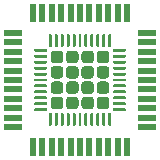
<source format=gbr>
G04 #@! TF.GenerationSoftware,KiCad,Pcbnew,(5.1.10)-1*
G04 #@! TF.CreationDate,2021-12-08T21:24:47+07:00*
G04 #@! TF.ProjectId,32u4mu to 32u4au,33327534-6d75-4207-946f-203332753461,rev?*
G04 #@! TF.SameCoordinates,Original*
G04 #@! TF.FileFunction,Paste,Top*
G04 #@! TF.FilePolarity,Positive*
%FSLAX46Y46*%
G04 Gerber Fmt 4.6, Leading zero omitted, Abs format (unit mm)*
G04 Created by KiCad (PCBNEW (5.1.10)-1) date 2021-12-08 21:24:47*
%MOMM*%
%LPD*%
G01*
G04 APERTURE LIST*
%ADD10R,0.550000X1.500000*%
%ADD11R,1.500000X0.550000*%
G04 APERTURE END LIST*
G36*
G01*
X95881250Y-60168751D02*
X95881250Y-59618749D01*
G75*
G02*
X96131249Y-59368750I249999J0D01*
G01*
X96681251Y-59368750D01*
G75*
G02*
X96931250Y-59618749I0J-249999D01*
G01*
X96931250Y-60168751D01*
G75*
G02*
X96681251Y-60418750I-249999J0D01*
G01*
X96131249Y-60418750D01*
G75*
G02*
X95881250Y-60168751I0J249999D01*
G01*
G37*
G36*
G01*
X95881250Y-58868751D02*
X95881250Y-58318749D01*
G75*
G02*
X96131249Y-58068750I249999J0D01*
G01*
X96681251Y-58068750D01*
G75*
G02*
X96931250Y-58318749I0J-249999D01*
G01*
X96931250Y-58868751D01*
G75*
G02*
X96681251Y-59118750I-249999J0D01*
G01*
X96131249Y-59118750D01*
G75*
G02*
X95881250Y-58868751I0J249999D01*
G01*
G37*
G36*
G01*
X95881250Y-57568751D02*
X95881250Y-57018749D01*
G75*
G02*
X96131249Y-56768750I249999J0D01*
G01*
X96681251Y-56768750D01*
G75*
G02*
X96931250Y-57018749I0J-249999D01*
G01*
X96931250Y-57568751D01*
G75*
G02*
X96681251Y-57818750I-249999J0D01*
G01*
X96131249Y-57818750D01*
G75*
G02*
X95881250Y-57568751I0J249999D01*
G01*
G37*
G36*
G01*
X95881250Y-56268751D02*
X95881250Y-55718749D01*
G75*
G02*
X96131249Y-55468750I249999J0D01*
G01*
X96681251Y-55468750D01*
G75*
G02*
X96931250Y-55718749I0J-249999D01*
G01*
X96931250Y-56268751D01*
G75*
G02*
X96681251Y-56518750I-249999J0D01*
G01*
X96131249Y-56518750D01*
G75*
G02*
X95881250Y-56268751I0J249999D01*
G01*
G37*
G36*
G01*
X94581250Y-60168751D02*
X94581250Y-59618749D01*
G75*
G02*
X94831249Y-59368750I249999J0D01*
G01*
X95381251Y-59368750D01*
G75*
G02*
X95631250Y-59618749I0J-249999D01*
G01*
X95631250Y-60168751D01*
G75*
G02*
X95381251Y-60418750I-249999J0D01*
G01*
X94831249Y-60418750D01*
G75*
G02*
X94581250Y-60168751I0J249999D01*
G01*
G37*
G36*
G01*
X94581250Y-58868751D02*
X94581250Y-58318749D01*
G75*
G02*
X94831249Y-58068750I249999J0D01*
G01*
X95381251Y-58068750D01*
G75*
G02*
X95631250Y-58318749I0J-249999D01*
G01*
X95631250Y-58868751D01*
G75*
G02*
X95381251Y-59118750I-249999J0D01*
G01*
X94831249Y-59118750D01*
G75*
G02*
X94581250Y-58868751I0J249999D01*
G01*
G37*
G36*
G01*
X94581250Y-57568751D02*
X94581250Y-57018749D01*
G75*
G02*
X94831249Y-56768750I249999J0D01*
G01*
X95381251Y-56768750D01*
G75*
G02*
X95631250Y-57018749I0J-249999D01*
G01*
X95631250Y-57568751D01*
G75*
G02*
X95381251Y-57818750I-249999J0D01*
G01*
X94831249Y-57818750D01*
G75*
G02*
X94581250Y-57568751I0J249999D01*
G01*
G37*
G36*
G01*
X94581250Y-56268751D02*
X94581250Y-55718749D01*
G75*
G02*
X94831249Y-55468750I249999J0D01*
G01*
X95381251Y-55468750D01*
G75*
G02*
X95631250Y-55718749I0J-249999D01*
G01*
X95631250Y-56268751D01*
G75*
G02*
X95381251Y-56518750I-249999J0D01*
G01*
X94831249Y-56518750D01*
G75*
G02*
X94581250Y-56268751I0J249999D01*
G01*
G37*
G36*
G01*
X93281250Y-60168751D02*
X93281250Y-59618749D01*
G75*
G02*
X93531249Y-59368750I249999J0D01*
G01*
X94081251Y-59368750D01*
G75*
G02*
X94331250Y-59618749I0J-249999D01*
G01*
X94331250Y-60168751D01*
G75*
G02*
X94081251Y-60418750I-249999J0D01*
G01*
X93531249Y-60418750D01*
G75*
G02*
X93281250Y-60168751I0J249999D01*
G01*
G37*
G36*
G01*
X93281250Y-58868751D02*
X93281250Y-58318749D01*
G75*
G02*
X93531249Y-58068750I249999J0D01*
G01*
X94081251Y-58068750D01*
G75*
G02*
X94331250Y-58318749I0J-249999D01*
G01*
X94331250Y-58868751D01*
G75*
G02*
X94081251Y-59118750I-249999J0D01*
G01*
X93531249Y-59118750D01*
G75*
G02*
X93281250Y-58868751I0J249999D01*
G01*
G37*
G36*
G01*
X93281250Y-57568751D02*
X93281250Y-57018749D01*
G75*
G02*
X93531249Y-56768750I249999J0D01*
G01*
X94081251Y-56768750D01*
G75*
G02*
X94331250Y-57018749I0J-249999D01*
G01*
X94331250Y-57568751D01*
G75*
G02*
X94081251Y-57818750I-249999J0D01*
G01*
X93531249Y-57818750D01*
G75*
G02*
X93281250Y-57568751I0J249999D01*
G01*
G37*
G36*
G01*
X93281250Y-56268751D02*
X93281250Y-55718749D01*
G75*
G02*
X93531249Y-55468750I249999J0D01*
G01*
X94081251Y-55468750D01*
G75*
G02*
X94331250Y-55718749I0J-249999D01*
G01*
X94331250Y-56268751D01*
G75*
G02*
X94081251Y-56518750I-249999J0D01*
G01*
X93531249Y-56518750D01*
G75*
G02*
X93281250Y-56268751I0J249999D01*
G01*
G37*
G36*
G01*
X91981250Y-60168751D02*
X91981250Y-59618749D01*
G75*
G02*
X92231249Y-59368750I249999J0D01*
G01*
X92781251Y-59368750D01*
G75*
G02*
X93031250Y-59618749I0J-249999D01*
G01*
X93031250Y-60168751D01*
G75*
G02*
X92781251Y-60418750I-249999J0D01*
G01*
X92231249Y-60418750D01*
G75*
G02*
X91981250Y-60168751I0J249999D01*
G01*
G37*
G36*
G01*
X91981250Y-58868751D02*
X91981250Y-58318749D01*
G75*
G02*
X92231249Y-58068750I249999J0D01*
G01*
X92781251Y-58068750D01*
G75*
G02*
X93031250Y-58318749I0J-249999D01*
G01*
X93031250Y-58868751D01*
G75*
G02*
X92781251Y-59118750I-249999J0D01*
G01*
X92231249Y-59118750D01*
G75*
G02*
X91981250Y-58868751I0J249999D01*
G01*
G37*
G36*
G01*
X91981250Y-57568751D02*
X91981250Y-57018749D01*
G75*
G02*
X92231249Y-56768750I249999J0D01*
G01*
X92781251Y-56768750D01*
G75*
G02*
X93031250Y-57018749I0J-249999D01*
G01*
X93031250Y-57568751D01*
G75*
G02*
X92781251Y-57818750I-249999J0D01*
G01*
X92231249Y-57818750D01*
G75*
G02*
X91981250Y-57568751I0J249999D01*
G01*
G37*
G36*
G01*
X91981250Y-56268751D02*
X91981250Y-55718749D01*
G75*
G02*
X92231249Y-55468750I249999J0D01*
G01*
X92781251Y-55468750D01*
G75*
G02*
X93031250Y-55718749I0J-249999D01*
G01*
X93031250Y-56268751D01*
G75*
G02*
X92781251Y-56518750I-249999J0D01*
G01*
X92231249Y-56518750D01*
G75*
G02*
X91981250Y-56268751I0J249999D01*
G01*
G37*
G36*
G01*
X91831250Y-55081250D02*
X91831250Y-54131250D01*
G75*
G02*
X91893750Y-54068750I62500J0D01*
G01*
X92018750Y-54068750D01*
G75*
G02*
X92081250Y-54131250I0J-62500D01*
G01*
X92081250Y-55081250D01*
G75*
G02*
X92018750Y-55143750I-62500J0D01*
G01*
X91893750Y-55143750D01*
G75*
G02*
X91831250Y-55081250I0J62500D01*
G01*
G37*
G36*
G01*
X92331250Y-55081250D02*
X92331250Y-54131250D01*
G75*
G02*
X92393750Y-54068750I62500J0D01*
G01*
X92518750Y-54068750D01*
G75*
G02*
X92581250Y-54131250I0J-62500D01*
G01*
X92581250Y-55081250D01*
G75*
G02*
X92518750Y-55143750I-62500J0D01*
G01*
X92393750Y-55143750D01*
G75*
G02*
X92331250Y-55081250I0J62500D01*
G01*
G37*
G36*
G01*
X92831250Y-55081250D02*
X92831250Y-54131250D01*
G75*
G02*
X92893750Y-54068750I62500J0D01*
G01*
X93018750Y-54068750D01*
G75*
G02*
X93081250Y-54131250I0J-62500D01*
G01*
X93081250Y-55081250D01*
G75*
G02*
X93018750Y-55143750I-62500J0D01*
G01*
X92893750Y-55143750D01*
G75*
G02*
X92831250Y-55081250I0J62500D01*
G01*
G37*
G36*
G01*
X93331250Y-55081250D02*
X93331250Y-54131250D01*
G75*
G02*
X93393750Y-54068750I62500J0D01*
G01*
X93518750Y-54068750D01*
G75*
G02*
X93581250Y-54131250I0J-62500D01*
G01*
X93581250Y-55081250D01*
G75*
G02*
X93518750Y-55143750I-62500J0D01*
G01*
X93393750Y-55143750D01*
G75*
G02*
X93331250Y-55081250I0J62500D01*
G01*
G37*
G36*
G01*
X93831250Y-55081250D02*
X93831250Y-54131250D01*
G75*
G02*
X93893750Y-54068750I62500J0D01*
G01*
X94018750Y-54068750D01*
G75*
G02*
X94081250Y-54131250I0J-62500D01*
G01*
X94081250Y-55081250D01*
G75*
G02*
X94018750Y-55143750I-62500J0D01*
G01*
X93893750Y-55143750D01*
G75*
G02*
X93831250Y-55081250I0J62500D01*
G01*
G37*
G36*
G01*
X94331250Y-55081250D02*
X94331250Y-54131250D01*
G75*
G02*
X94393750Y-54068750I62500J0D01*
G01*
X94518750Y-54068750D01*
G75*
G02*
X94581250Y-54131250I0J-62500D01*
G01*
X94581250Y-55081250D01*
G75*
G02*
X94518750Y-55143750I-62500J0D01*
G01*
X94393750Y-55143750D01*
G75*
G02*
X94331250Y-55081250I0J62500D01*
G01*
G37*
G36*
G01*
X94831250Y-55081250D02*
X94831250Y-54131250D01*
G75*
G02*
X94893750Y-54068750I62500J0D01*
G01*
X95018750Y-54068750D01*
G75*
G02*
X95081250Y-54131250I0J-62500D01*
G01*
X95081250Y-55081250D01*
G75*
G02*
X95018750Y-55143750I-62500J0D01*
G01*
X94893750Y-55143750D01*
G75*
G02*
X94831250Y-55081250I0J62500D01*
G01*
G37*
G36*
G01*
X95331250Y-55081250D02*
X95331250Y-54131250D01*
G75*
G02*
X95393750Y-54068750I62500J0D01*
G01*
X95518750Y-54068750D01*
G75*
G02*
X95581250Y-54131250I0J-62500D01*
G01*
X95581250Y-55081250D01*
G75*
G02*
X95518750Y-55143750I-62500J0D01*
G01*
X95393750Y-55143750D01*
G75*
G02*
X95331250Y-55081250I0J62500D01*
G01*
G37*
G36*
G01*
X95831250Y-55081250D02*
X95831250Y-54131250D01*
G75*
G02*
X95893750Y-54068750I62500J0D01*
G01*
X96018750Y-54068750D01*
G75*
G02*
X96081250Y-54131250I0J-62500D01*
G01*
X96081250Y-55081250D01*
G75*
G02*
X96018750Y-55143750I-62500J0D01*
G01*
X95893750Y-55143750D01*
G75*
G02*
X95831250Y-55081250I0J62500D01*
G01*
G37*
G36*
G01*
X96331250Y-55081250D02*
X96331250Y-54131250D01*
G75*
G02*
X96393750Y-54068750I62500J0D01*
G01*
X96518750Y-54068750D01*
G75*
G02*
X96581250Y-54131250I0J-62500D01*
G01*
X96581250Y-55081250D01*
G75*
G02*
X96518750Y-55143750I-62500J0D01*
G01*
X96393750Y-55143750D01*
G75*
G02*
X96331250Y-55081250I0J62500D01*
G01*
G37*
G36*
G01*
X96831250Y-55081250D02*
X96831250Y-54131250D01*
G75*
G02*
X96893750Y-54068750I62500J0D01*
G01*
X97018750Y-54068750D01*
G75*
G02*
X97081250Y-54131250I0J-62500D01*
G01*
X97081250Y-55081250D01*
G75*
G02*
X97018750Y-55143750I-62500J0D01*
G01*
X96893750Y-55143750D01*
G75*
G02*
X96831250Y-55081250I0J62500D01*
G01*
G37*
G36*
G01*
X97256250Y-55506250D02*
X97256250Y-55381250D01*
G75*
G02*
X97318750Y-55318750I62500J0D01*
G01*
X98268750Y-55318750D01*
G75*
G02*
X98331250Y-55381250I0J-62500D01*
G01*
X98331250Y-55506250D01*
G75*
G02*
X98268750Y-55568750I-62500J0D01*
G01*
X97318750Y-55568750D01*
G75*
G02*
X97256250Y-55506250I0J62500D01*
G01*
G37*
G36*
G01*
X97256250Y-56006250D02*
X97256250Y-55881250D01*
G75*
G02*
X97318750Y-55818750I62500J0D01*
G01*
X98268750Y-55818750D01*
G75*
G02*
X98331250Y-55881250I0J-62500D01*
G01*
X98331250Y-56006250D01*
G75*
G02*
X98268750Y-56068750I-62500J0D01*
G01*
X97318750Y-56068750D01*
G75*
G02*
X97256250Y-56006250I0J62500D01*
G01*
G37*
G36*
G01*
X97256250Y-56506250D02*
X97256250Y-56381250D01*
G75*
G02*
X97318750Y-56318750I62500J0D01*
G01*
X98268750Y-56318750D01*
G75*
G02*
X98331250Y-56381250I0J-62500D01*
G01*
X98331250Y-56506250D01*
G75*
G02*
X98268750Y-56568750I-62500J0D01*
G01*
X97318750Y-56568750D01*
G75*
G02*
X97256250Y-56506250I0J62500D01*
G01*
G37*
G36*
G01*
X97256250Y-57006250D02*
X97256250Y-56881250D01*
G75*
G02*
X97318750Y-56818750I62500J0D01*
G01*
X98268750Y-56818750D01*
G75*
G02*
X98331250Y-56881250I0J-62500D01*
G01*
X98331250Y-57006250D01*
G75*
G02*
X98268750Y-57068750I-62500J0D01*
G01*
X97318750Y-57068750D01*
G75*
G02*
X97256250Y-57006250I0J62500D01*
G01*
G37*
G36*
G01*
X97256250Y-57506250D02*
X97256250Y-57381250D01*
G75*
G02*
X97318750Y-57318750I62500J0D01*
G01*
X98268750Y-57318750D01*
G75*
G02*
X98331250Y-57381250I0J-62500D01*
G01*
X98331250Y-57506250D01*
G75*
G02*
X98268750Y-57568750I-62500J0D01*
G01*
X97318750Y-57568750D01*
G75*
G02*
X97256250Y-57506250I0J62500D01*
G01*
G37*
G36*
G01*
X97256250Y-58006250D02*
X97256250Y-57881250D01*
G75*
G02*
X97318750Y-57818750I62500J0D01*
G01*
X98268750Y-57818750D01*
G75*
G02*
X98331250Y-57881250I0J-62500D01*
G01*
X98331250Y-58006250D01*
G75*
G02*
X98268750Y-58068750I-62500J0D01*
G01*
X97318750Y-58068750D01*
G75*
G02*
X97256250Y-58006250I0J62500D01*
G01*
G37*
G36*
G01*
X97256250Y-58506250D02*
X97256250Y-58381250D01*
G75*
G02*
X97318750Y-58318750I62500J0D01*
G01*
X98268750Y-58318750D01*
G75*
G02*
X98331250Y-58381250I0J-62500D01*
G01*
X98331250Y-58506250D01*
G75*
G02*
X98268750Y-58568750I-62500J0D01*
G01*
X97318750Y-58568750D01*
G75*
G02*
X97256250Y-58506250I0J62500D01*
G01*
G37*
G36*
G01*
X97256250Y-59006250D02*
X97256250Y-58881250D01*
G75*
G02*
X97318750Y-58818750I62500J0D01*
G01*
X98268750Y-58818750D01*
G75*
G02*
X98331250Y-58881250I0J-62500D01*
G01*
X98331250Y-59006250D01*
G75*
G02*
X98268750Y-59068750I-62500J0D01*
G01*
X97318750Y-59068750D01*
G75*
G02*
X97256250Y-59006250I0J62500D01*
G01*
G37*
G36*
G01*
X97256250Y-59506250D02*
X97256250Y-59381250D01*
G75*
G02*
X97318750Y-59318750I62500J0D01*
G01*
X98268750Y-59318750D01*
G75*
G02*
X98331250Y-59381250I0J-62500D01*
G01*
X98331250Y-59506250D01*
G75*
G02*
X98268750Y-59568750I-62500J0D01*
G01*
X97318750Y-59568750D01*
G75*
G02*
X97256250Y-59506250I0J62500D01*
G01*
G37*
G36*
G01*
X97256250Y-60006250D02*
X97256250Y-59881250D01*
G75*
G02*
X97318750Y-59818750I62500J0D01*
G01*
X98268750Y-59818750D01*
G75*
G02*
X98331250Y-59881250I0J-62500D01*
G01*
X98331250Y-60006250D01*
G75*
G02*
X98268750Y-60068750I-62500J0D01*
G01*
X97318750Y-60068750D01*
G75*
G02*
X97256250Y-60006250I0J62500D01*
G01*
G37*
G36*
G01*
X97256250Y-60506250D02*
X97256250Y-60381250D01*
G75*
G02*
X97318750Y-60318750I62500J0D01*
G01*
X98268750Y-60318750D01*
G75*
G02*
X98331250Y-60381250I0J-62500D01*
G01*
X98331250Y-60506250D01*
G75*
G02*
X98268750Y-60568750I-62500J0D01*
G01*
X97318750Y-60568750D01*
G75*
G02*
X97256250Y-60506250I0J62500D01*
G01*
G37*
G36*
G01*
X96831250Y-61756250D02*
X96831250Y-60806250D01*
G75*
G02*
X96893750Y-60743750I62500J0D01*
G01*
X97018750Y-60743750D01*
G75*
G02*
X97081250Y-60806250I0J-62500D01*
G01*
X97081250Y-61756250D01*
G75*
G02*
X97018750Y-61818750I-62500J0D01*
G01*
X96893750Y-61818750D01*
G75*
G02*
X96831250Y-61756250I0J62500D01*
G01*
G37*
G36*
G01*
X96331250Y-61756250D02*
X96331250Y-60806250D01*
G75*
G02*
X96393750Y-60743750I62500J0D01*
G01*
X96518750Y-60743750D01*
G75*
G02*
X96581250Y-60806250I0J-62500D01*
G01*
X96581250Y-61756250D01*
G75*
G02*
X96518750Y-61818750I-62500J0D01*
G01*
X96393750Y-61818750D01*
G75*
G02*
X96331250Y-61756250I0J62500D01*
G01*
G37*
G36*
G01*
X95831250Y-61756250D02*
X95831250Y-60806250D01*
G75*
G02*
X95893750Y-60743750I62500J0D01*
G01*
X96018750Y-60743750D01*
G75*
G02*
X96081250Y-60806250I0J-62500D01*
G01*
X96081250Y-61756250D01*
G75*
G02*
X96018750Y-61818750I-62500J0D01*
G01*
X95893750Y-61818750D01*
G75*
G02*
X95831250Y-61756250I0J62500D01*
G01*
G37*
G36*
G01*
X95331250Y-61756250D02*
X95331250Y-60806250D01*
G75*
G02*
X95393750Y-60743750I62500J0D01*
G01*
X95518750Y-60743750D01*
G75*
G02*
X95581250Y-60806250I0J-62500D01*
G01*
X95581250Y-61756250D01*
G75*
G02*
X95518750Y-61818750I-62500J0D01*
G01*
X95393750Y-61818750D01*
G75*
G02*
X95331250Y-61756250I0J62500D01*
G01*
G37*
G36*
G01*
X94831250Y-61756250D02*
X94831250Y-60806250D01*
G75*
G02*
X94893750Y-60743750I62500J0D01*
G01*
X95018750Y-60743750D01*
G75*
G02*
X95081250Y-60806250I0J-62500D01*
G01*
X95081250Y-61756250D01*
G75*
G02*
X95018750Y-61818750I-62500J0D01*
G01*
X94893750Y-61818750D01*
G75*
G02*
X94831250Y-61756250I0J62500D01*
G01*
G37*
G36*
G01*
X94331250Y-61756250D02*
X94331250Y-60806250D01*
G75*
G02*
X94393750Y-60743750I62500J0D01*
G01*
X94518750Y-60743750D01*
G75*
G02*
X94581250Y-60806250I0J-62500D01*
G01*
X94581250Y-61756250D01*
G75*
G02*
X94518750Y-61818750I-62500J0D01*
G01*
X94393750Y-61818750D01*
G75*
G02*
X94331250Y-61756250I0J62500D01*
G01*
G37*
G36*
G01*
X93831250Y-61756250D02*
X93831250Y-60806250D01*
G75*
G02*
X93893750Y-60743750I62500J0D01*
G01*
X94018750Y-60743750D01*
G75*
G02*
X94081250Y-60806250I0J-62500D01*
G01*
X94081250Y-61756250D01*
G75*
G02*
X94018750Y-61818750I-62500J0D01*
G01*
X93893750Y-61818750D01*
G75*
G02*
X93831250Y-61756250I0J62500D01*
G01*
G37*
G36*
G01*
X93331250Y-61756250D02*
X93331250Y-60806250D01*
G75*
G02*
X93393750Y-60743750I62500J0D01*
G01*
X93518750Y-60743750D01*
G75*
G02*
X93581250Y-60806250I0J-62500D01*
G01*
X93581250Y-61756250D01*
G75*
G02*
X93518750Y-61818750I-62500J0D01*
G01*
X93393750Y-61818750D01*
G75*
G02*
X93331250Y-61756250I0J62500D01*
G01*
G37*
G36*
G01*
X92831250Y-61756250D02*
X92831250Y-60806250D01*
G75*
G02*
X92893750Y-60743750I62500J0D01*
G01*
X93018750Y-60743750D01*
G75*
G02*
X93081250Y-60806250I0J-62500D01*
G01*
X93081250Y-61756250D01*
G75*
G02*
X93018750Y-61818750I-62500J0D01*
G01*
X92893750Y-61818750D01*
G75*
G02*
X92831250Y-61756250I0J62500D01*
G01*
G37*
G36*
G01*
X92331250Y-61756250D02*
X92331250Y-60806250D01*
G75*
G02*
X92393750Y-60743750I62500J0D01*
G01*
X92518750Y-60743750D01*
G75*
G02*
X92581250Y-60806250I0J-62500D01*
G01*
X92581250Y-61756250D01*
G75*
G02*
X92518750Y-61818750I-62500J0D01*
G01*
X92393750Y-61818750D01*
G75*
G02*
X92331250Y-61756250I0J62500D01*
G01*
G37*
G36*
G01*
X91831250Y-61756250D02*
X91831250Y-60806250D01*
G75*
G02*
X91893750Y-60743750I62500J0D01*
G01*
X92018750Y-60743750D01*
G75*
G02*
X92081250Y-60806250I0J-62500D01*
G01*
X92081250Y-61756250D01*
G75*
G02*
X92018750Y-61818750I-62500J0D01*
G01*
X91893750Y-61818750D01*
G75*
G02*
X91831250Y-61756250I0J62500D01*
G01*
G37*
G36*
G01*
X90581250Y-60506250D02*
X90581250Y-60381250D01*
G75*
G02*
X90643750Y-60318750I62500J0D01*
G01*
X91593750Y-60318750D01*
G75*
G02*
X91656250Y-60381250I0J-62500D01*
G01*
X91656250Y-60506250D01*
G75*
G02*
X91593750Y-60568750I-62500J0D01*
G01*
X90643750Y-60568750D01*
G75*
G02*
X90581250Y-60506250I0J62500D01*
G01*
G37*
G36*
G01*
X90581250Y-60006250D02*
X90581250Y-59881250D01*
G75*
G02*
X90643750Y-59818750I62500J0D01*
G01*
X91593750Y-59818750D01*
G75*
G02*
X91656250Y-59881250I0J-62500D01*
G01*
X91656250Y-60006250D01*
G75*
G02*
X91593750Y-60068750I-62500J0D01*
G01*
X90643750Y-60068750D01*
G75*
G02*
X90581250Y-60006250I0J62500D01*
G01*
G37*
G36*
G01*
X90581250Y-59506250D02*
X90581250Y-59381250D01*
G75*
G02*
X90643750Y-59318750I62500J0D01*
G01*
X91593750Y-59318750D01*
G75*
G02*
X91656250Y-59381250I0J-62500D01*
G01*
X91656250Y-59506250D01*
G75*
G02*
X91593750Y-59568750I-62500J0D01*
G01*
X90643750Y-59568750D01*
G75*
G02*
X90581250Y-59506250I0J62500D01*
G01*
G37*
G36*
G01*
X90581250Y-59006250D02*
X90581250Y-58881250D01*
G75*
G02*
X90643750Y-58818750I62500J0D01*
G01*
X91593750Y-58818750D01*
G75*
G02*
X91656250Y-58881250I0J-62500D01*
G01*
X91656250Y-59006250D01*
G75*
G02*
X91593750Y-59068750I-62500J0D01*
G01*
X90643750Y-59068750D01*
G75*
G02*
X90581250Y-59006250I0J62500D01*
G01*
G37*
G36*
G01*
X90581250Y-58506250D02*
X90581250Y-58381250D01*
G75*
G02*
X90643750Y-58318750I62500J0D01*
G01*
X91593750Y-58318750D01*
G75*
G02*
X91656250Y-58381250I0J-62500D01*
G01*
X91656250Y-58506250D01*
G75*
G02*
X91593750Y-58568750I-62500J0D01*
G01*
X90643750Y-58568750D01*
G75*
G02*
X90581250Y-58506250I0J62500D01*
G01*
G37*
G36*
G01*
X90581250Y-58006250D02*
X90581250Y-57881250D01*
G75*
G02*
X90643750Y-57818750I62500J0D01*
G01*
X91593750Y-57818750D01*
G75*
G02*
X91656250Y-57881250I0J-62500D01*
G01*
X91656250Y-58006250D01*
G75*
G02*
X91593750Y-58068750I-62500J0D01*
G01*
X90643750Y-58068750D01*
G75*
G02*
X90581250Y-58006250I0J62500D01*
G01*
G37*
G36*
G01*
X90581250Y-57506250D02*
X90581250Y-57381250D01*
G75*
G02*
X90643750Y-57318750I62500J0D01*
G01*
X91593750Y-57318750D01*
G75*
G02*
X91656250Y-57381250I0J-62500D01*
G01*
X91656250Y-57506250D01*
G75*
G02*
X91593750Y-57568750I-62500J0D01*
G01*
X90643750Y-57568750D01*
G75*
G02*
X90581250Y-57506250I0J62500D01*
G01*
G37*
G36*
G01*
X90581250Y-57006250D02*
X90581250Y-56881250D01*
G75*
G02*
X90643750Y-56818750I62500J0D01*
G01*
X91593750Y-56818750D01*
G75*
G02*
X91656250Y-56881250I0J-62500D01*
G01*
X91656250Y-57006250D01*
G75*
G02*
X91593750Y-57068750I-62500J0D01*
G01*
X90643750Y-57068750D01*
G75*
G02*
X90581250Y-57006250I0J62500D01*
G01*
G37*
G36*
G01*
X90581250Y-56506250D02*
X90581250Y-56381250D01*
G75*
G02*
X90643750Y-56318750I62500J0D01*
G01*
X91593750Y-56318750D01*
G75*
G02*
X91656250Y-56381250I0J-62500D01*
G01*
X91656250Y-56506250D01*
G75*
G02*
X91593750Y-56568750I-62500J0D01*
G01*
X90643750Y-56568750D01*
G75*
G02*
X90581250Y-56506250I0J62500D01*
G01*
G37*
G36*
G01*
X90581250Y-56006250D02*
X90581250Y-55881250D01*
G75*
G02*
X90643750Y-55818750I62500J0D01*
G01*
X91593750Y-55818750D01*
G75*
G02*
X91656250Y-55881250I0J-62500D01*
G01*
X91656250Y-56006250D01*
G75*
G02*
X91593750Y-56068750I-62500J0D01*
G01*
X90643750Y-56068750D01*
G75*
G02*
X90581250Y-56006250I0J62500D01*
G01*
G37*
G36*
G01*
X90581250Y-55506250D02*
X90581250Y-55381250D01*
G75*
G02*
X90643750Y-55318750I62500J0D01*
G01*
X91593750Y-55318750D01*
G75*
G02*
X91656250Y-55381250I0J-62500D01*
G01*
X91656250Y-55506250D01*
G75*
G02*
X91593750Y-55568750I-62500J0D01*
G01*
X90643750Y-55568750D01*
G75*
G02*
X90581250Y-55506250I0J62500D01*
G01*
G37*
D10*
X90456250Y-52243750D03*
X91256250Y-52243750D03*
X92056250Y-52243750D03*
X92856250Y-52243750D03*
X93656250Y-52243750D03*
X94456250Y-52243750D03*
X95256250Y-52243750D03*
X96056250Y-52243750D03*
X96856250Y-52243750D03*
X97656250Y-52243750D03*
X98456250Y-52243750D03*
D11*
X100156250Y-53943750D03*
X100156250Y-54743750D03*
X100156250Y-55543750D03*
X100156250Y-56343750D03*
X100156250Y-57143750D03*
X100156250Y-57943750D03*
X100156250Y-58743750D03*
X100156250Y-59543750D03*
X100156250Y-60343750D03*
X100156250Y-61143750D03*
X100156250Y-61943750D03*
D10*
X98456250Y-63643750D03*
X97656250Y-63643750D03*
X96856250Y-63643750D03*
X96056250Y-63643750D03*
X95256250Y-63643750D03*
X94456250Y-63643750D03*
X93656250Y-63643750D03*
X92856250Y-63643750D03*
X92056250Y-63643750D03*
X91256250Y-63643750D03*
X90456250Y-63643750D03*
D11*
X88756250Y-61943750D03*
X88756250Y-61143750D03*
X88756250Y-60343750D03*
X88756250Y-59543750D03*
X88756250Y-58743750D03*
X88756250Y-57943750D03*
X88756250Y-57143750D03*
X88756250Y-56343750D03*
X88756250Y-55543750D03*
X88756250Y-54743750D03*
X88756250Y-53943750D03*
M02*

</source>
